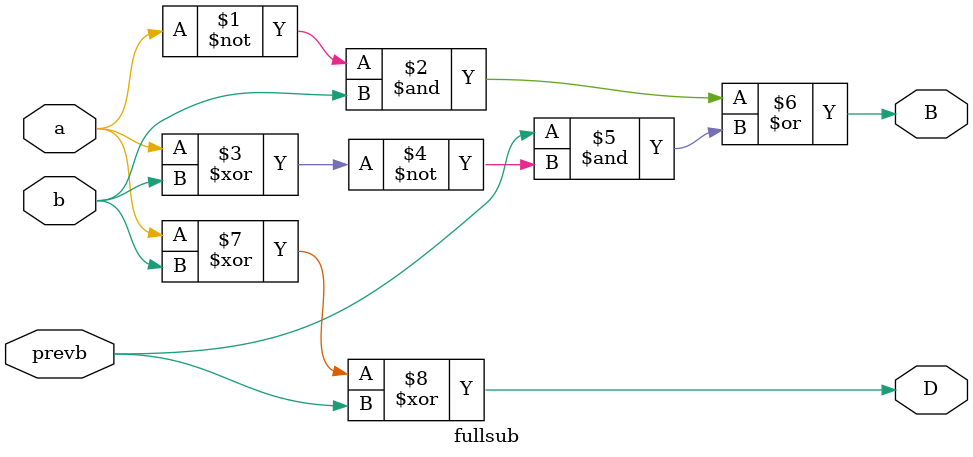
<source format=v>
`timescale 1ns / 1ps


module fullsub(
    input a,b,prevb,
    output B,D
    );
assign B=~a&b|prevb&~(a^b);
assign D=a^b^prevb;
endmodule


</source>
